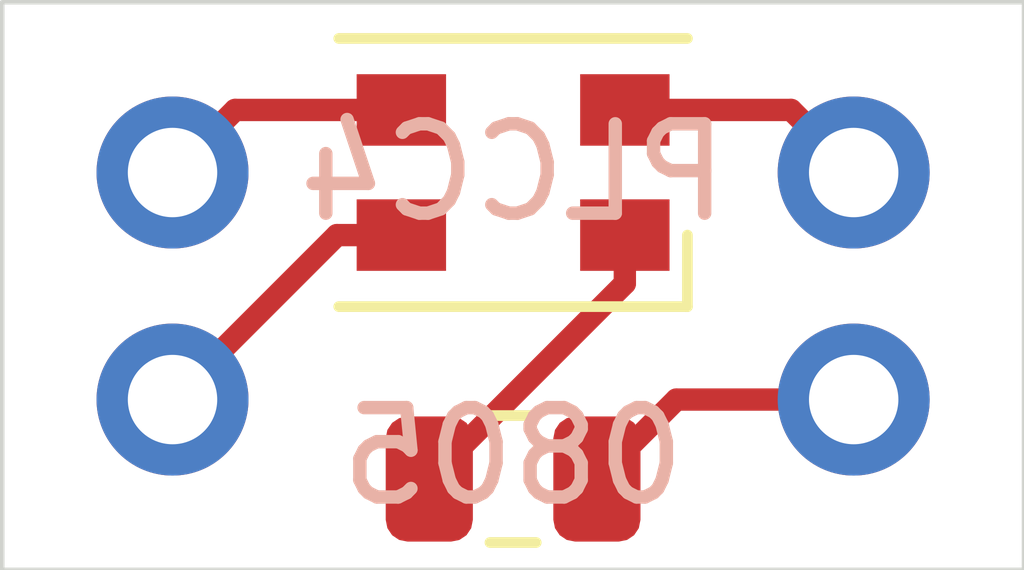
<source format=kicad_pcb>
(kicad_pcb (version 20171130) (host pcbnew "(5.1.6-0-10_14)")

  (general
    (thickness 1.6)
    (drawings 9)
    (tracks 10)
    (zones 0)
    (modules 4)
    (nets 6)
  )

  (page A4)
  (layers
    (0 F.Cu signal)
    (31 B.Cu signal)
    (32 B.Adhes user)
    (33 F.Adhes user)
    (34 B.Paste user)
    (35 F.Paste user)
    (36 B.SilkS user)
    (37 F.SilkS user)
    (38 B.Mask user)
    (39 F.Mask user)
    (40 Dwgs.User user hide)
    (41 Cmts.User user)
    (42 Eco1.User user)
    (43 Eco2.User user)
    (44 Edge.Cuts user)
    (45 Margin user)
    (46 B.CrtYd user)
    (47 F.CrtYd user)
    (48 B.Fab user)
    (49 F.Fab user)
  )

  (setup
    (last_trace_width 0.25)
    (trace_clearance 0.2)
    (zone_clearance 0.508)
    (zone_45_only no)
    (trace_min 0.2)
    (via_size 0.8)
    (via_drill 0.4)
    (via_min_size 0.4)
    (via_min_drill 0.3)
    (uvia_size 0.3)
    (uvia_drill 0.1)
    (uvias_allowed no)
    (uvia_min_size 0.2)
    (uvia_min_drill 0.1)
    (edge_width 0.05)
    (segment_width 0.2)
    (pcb_text_width 0.3)
    (pcb_text_size 1.5 1.5)
    (mod_edge_width 0.12)
    (mod_text_size 1 1)
    (mod_text_width 0.15)
    (pad_size 1.524 1.524)
    (pad_drill 0.762)
    (pad_to_mask_clearance 0.05)
    (aux_axis_origin 0 0)
    (visible_elements FFFFFF7F)
    (pcbplotparams
      (layerselection 0x010fc_ffffffff)
      (usegerberextensions false)
      (usegerberattributes true)
      (usegerberadvancedattributes true)
      (creategerberjobfile true)
      (excludeedgelayer true)
      (linewidth 0.100000)
      (plotframeref false)
      (viasonmask false)
      (mode 1)
      (useauxorigin false)
      (hpglpennumber 1)
      (hpglpenspeed 20)
      (hpglpendiameter 15.000000)
      (psnegative false)
      (psa4output false)
      (plotreference true)
      (plotvalue true)
      (plotinvisibletext false)
      (padsonsilk false)
      (subtractmaskfromsilk false)
      (outputformat 1)
      (mirror false)
      (drillshape 1)
      (scaleselection 1)
      (outputdirectory ""))
  )

  (net 0 "")
  (net 1 "Net-(D1-Pad2)")
  (net 2 "Net-(D1-Pad3)")
  (net 3 "Net-(D1-Pad4)")
  (net 4 "Net-(D1-Pad1)")
  (net 5 "Net-(J2-Pad2)")

  (net_class Default "This is the default net class."
    (clearance 0.2)
    (trace_width 0.25)
    (via_dia 0.8)
    (via_drill 0.4)
    (uvia_dia 0.3)
    (uvia_drill 0.1)
    (add_net "Net-(D1-Pad1)")
    (add_net "Net-(D1-Pad2)")
    (add_net "Net-(D1-Pad3)")
    (add_net "Net-(D1-Pad4)")
    (add_net "Net-(J2-Pad2)")
  )

  (module Connector_PinHeader_2.54mm:PinHeader_1x02_P2.54mm_Vertical (layer F.Cu) (tedit 5EC1E517) (tstamp 5EC23F32)
    (at 124.46 76.2)
    (descr "Through hole straight pin header, 1x02, 2.54mm pitch, single row")
    (tags "Through hole pin header THT 1x02 2.54mm single row")
    (path /5EC2319F)
    (fp_text reference J2 (at 0 -2.33) (layer F.SilkS) hide
      (effects (font (size 1 1) (thickness 0.15)))
    )
    (fp_text value Conn_01x02_Female (at 0 4.87) (layer F.Fab) hide
      (effects (font (size 1 1) (thickness 0.15)))
    )
    (fp_line (start 1.8 -1.8) (end -1.8 -1.8) (layer F.CrtYd) (width 0.05))
    (fp_line (start 1.8 4.35) (end 1.8 -1.8) (layer F.CrtYd) (width 0.05))
    (fp_line (start -1.8 4.35) (end 1.8 4.35) (layer F.CrtYd) (width 0.05))
    (fp_line (start -1.8 -1.8) (end -1.8 4.35) (layer F.CrtYd) (width 0.05))
    (fp_line (start -1.27 -0.635) (end -0.635 -1.27) (layer F.Fab) (width 0.1))
    (fp_line (start -1.27 3.81) (end -1.27 -0.635) (layer F.Fab) (width 0.1))
    (fp_line (start 1.27 3.81) (end -1.27 3.81) (layer F.Fab) (width 0.1))
    (fp_line (start 1.27 -1.27) (end 1.27 3.81) (layer F.Fab) (width 0.1))
    (fp_line (start -0.635 -1.27) (end 1.27 -1.27) (layer F.Fab) (width 0.1))
    (fp_text user %R (at 0 1.27 90) (layer F.Fab)
      (effects (font (size 1 1) (thickness 0.15)))
    )
    (pad 2 thru_hole oval (at 0 2.54) (size 1.7 1.7) (drill 1) (layers *.Cu *.Mask)
      (net 5 "Net-(J2-Pad2)"))
    (pad 1 thru_hole circle (at 0 0) (size 1.7 1.7) (drill 1) (layers *.Cu *.Mask)
      (net 1 "Net-(D1-Pad2)"))
    (model ${KISYS3DMOD}/Connector_PinHeader_2.54mm.3dshapes/PinHeader_1x02_P2.54mm_Vertical.wrl
      (at (xyz 0 0 0))
      (scale (xyz 1 1 1))
      (rotate (xyz 0 0 0))
    )
  )

  (module Connector_PinHeader_2.54mm:PinHeader_1x02_P2.54mm_Vertical (layer F.Cu) (tedit 5EC1E4EC) (tstamp 5EC23F1C)
    (at 116.84 78.74 180)
    (descr "Through hole straight pin header, 1x02, 2.54mm pitch, single row")
    (tags "Through hole pin header THT 1x02 2.54mm single row")
    (path /5EC210BD)
    (fp_text reference J1 (at 0 -2.33 180) (layer F.SilkS) hide
      (effects (font (size 1 1) (thickness 0.15)))
    )
    (fp_text value Conn_01x02_Female (at 0 4.87 180) (layer F.Fab) hide
      (effects (font (size 1 1) (thickness 0.15)))
    )
    (fp_line (start 1.8 -1.8) (end -1.8 -1.8) (layer F.CrtYd) (width 0.05))
    (fp_line (start 1.8 4.35) (end 1.8 -1.8) (layer F.CrtYd) (width 0.05))
    (fp_line (start -1.8 4.35) (end 1.8 4.35) (layer F.CrtYd) (width 0.05))
    (fp_line (start -1.8 -1.8) (end -1.8 4.35) (layer F.CrtYd) (width 0.05))
    (fp_line (start -1.27 -0.635) (end -0.635 -1.27) (layer F.Fab) (width 0.1))
    (fp_line (start -1.27 3.81) (end -1.27 -0.635) (layer F.Fab) (width 0.1))
    (fp_line (start 1.27 3.81) (end -1.27 3.81) (layer F.Fab) (width 0.1))
    (fp_line (start 1.27 -1.27) (end 1.27 3.81) (layer F.Fab) (width 0.1))
    (fp_line (start -0.635 -1.27) (end 1.27 -1.27) (layer F.Fab) (width 0.1))
    (fp_text user %R (at 0 1.27 270) (layer F.Fab)
      (effects (font (size 1 1) (thickness 0.15)))
    )
    (pad 2 thru_hole oval (at 0 2.54 180) (size 1.7 1.7) (drill 1) (layers *.Cu *.Mask)
      (net 2 "Net-(D1-Pad3)"))
    (pad 1 thru_hole circle (at 0 0 180) (size 1.7 1.7) (drill 1) (layers *.Cu *.Mask)
      (net 3 "Net-(D1-Pad4)"))
    (model ${KISYS3DMOD}/Connector_PinHeader_2.54mm.3dshapes/PinHeader_1x02_P2.54mm_Vertical.wrl
      (at (xyz 0 0 0))
      (scale (xyz 1 1 1))
      (rotate (xyz 0 0 0))
    )
  )

  (module Resistor_SMD:R_0805_2012Metric (layer F.Cu) (tedit 5B36C52B) (tstamp 5EC23F43)
    (at 120.65 79.629 180)
    (descr "Resistor SMD 0805 (2012 Metric), square (rectangular) end terminal, IPC_7351 nominal, (Body size source: https://docs.google.com/spreadsheets/d/1BsfQQcO9C6DZCsRaXUlFlo91Tg2WpOkGARC1WS5S8t0/edit?usp=sharing), generated with kicad-footprint-generator")
    (tags resistor)
    (path /5EC1FE58)
    (attr smd)
    (fp_text reference R1 (at 0 -1.65) (layer F.SilkS) hide
      (effects (font (size 1 1) (thickness 0.15)))
    )
    (fp_text value R_Small_US (at 0 1.65) (layer F.Fab) hide
      (effects (font (size 1 1) (thickness 0.15)))
    )
    (fp_line (start 1.68 0.95) (end -1.68 0.95) (layer F.CrtYd) (width 0.05))
    (fp_line (start 1.68 -0.95) (end 1.68 0.95) (layer F.CrtYd) (width 0.05))
    (fp_line (start -1.68 -0.95) (end 1.68 -0.95) (layer F.CrtYd) (width 0.05))
    (fp_line (start -1.68 0.95) (end -1.68 -0.95) (layer F.CrtYd) (width 0.05))
    (fp_line (start -0.258578 0.71) (end 0.258578 0.71) (layer F.SilkS) (width 0.12))
    (fp_line (start -0.258578 -0.71) (end 0.258578 -0.71) (layer F.SilkS) (width 0.12))
    (fp_line (start 1 0.6) (end -1 0.6) (layer F.Fab) (width 0.1))
    (fp_line (start 1 -0.6) (end 1 0.6) (layer F.Fab) (width 0.1))
    (fp_line (start -1 -0.6) (end 1 -0.6) (layer F.Fab) (width 0.1))
    (fp_line (start -1 0.6) (end -1 -0.6) (layer F.Fab) (width 0.1))
    (fp_text user %R (at 0 0) (layer F.Fab)
      (effects (font (size 0.5 0.5) (thickness 0.08)))
    )
    (pad 2 smd roundrect (at 0.9375 0 180) (size 0.975 1.4) (layers F.Cu F.Paste F.Mask) (roundrect_rratio 0.25)
      (net 4 "Net-(D1-Pad1)"))
    (pad 1 smd roundrect (at -0.9375 0 180) (size 0.975 1.4) (layers F.Cu F.Paste F.Mask) (roundrect_rratio 0.25)
      (net 5 "Net-(J2-Pad2)"))
    (model ${KISYS3DMOD}/Resistor_SMD.3dshapes/R_0805_2012Metric.wrl
      (at (xyz 0 0 0))
      (scale (xyz 1 1 1))
      (rotate (xyz 0 0 0))
    )
  )

  (module LED_SMD:LED_Cree-PLCC4_3.2x2.8mm_CCW (layer F.Cu) (tedit 59D415EA) (tstamp 5EC23F06)
    (at 120.65 76.2 180)
    (descr "3.2mm x 2.8mm PLCC4 LED, http://www.cree.com/led-components/media/documents/CLV1AFKB(874).pdf")
    (tags "LED Cree PLCC-4")
    (path /5EC1EA49)
    (attr smd)
    (fp_text reference D1 (at 0 -2.65) (layer F.SilkS) hide
      (effects (font (size 1 1) (thickness 0.15)))
    )
    (fp_text value CLV1L-FKB (at 0 2.65) (layer F.Fab) hide
      (effects (font (size 1 1) (thickness 0.15)))
    )
    (fp_line (start -1.95 1.5) (end 1.95 1.5) (layer F.SilkS) (width 0.12))
    (fp_line (start -1.95 -1.5) (end 1.95 -1.5) (layer F.SilkS) (width 0.12))
    (fp_line (start -1.95 -0.7) (end -1.95 -1.5) (layer F.SilkS) (width 0.12))
    (fp_line (start 1.6 -1.4) (end -1.6 -1.4) (layer F.Fab) (width 0.1))
    (fp_line (start 1.6 1.4) (end 1.6 -1.4) (layer F.Fab) (width 0.1))
    (fp_line (start -1.6 1.4) (end 1.6 1.4) (layer F.Fab) (width 0.1))
    (fp_line (start -1.6 -1.4) (end -1.6 1.4) (layer F.Fab) (width 0.1))
    (fp_line (start -0.6 -1.4) (end -1.6 -0.4) (layer F.Fab) (width 0.1))
    (fp_line (start 2.2 -1.75) (end -2.2 -1.75) (layer F.CrtYd) (width 0.05))
    (fp_line (start 2.2 1.75) (end 2.2 -1.75) (layer F.CrtYd) (width 0.05))
    (fp_line (start -2.2 1.75) (end 2.2 1.75) (layer F.CrtYd) (width 0.05))
    (fp_line (start -2.2 -1.75) (end -2.2 1.75) (layer F.CrtYd) (width 0.05))
    (fp_circle (center 0 0) (end 1.12 0) (layer F.Fab) (width 0.1))
    (fp_text user %R (at 0 0) (layer F.Fab)
      (effects (font (size 0.5 0.5) (thickness 0.075)))
    )
    (pad 2 smd rect (at -1.25 0.7 180) (size 1 0.8) (layers F.Cu F.Paste F.Mask)
      (net 1 "Net-(D1-Pad2)"))
    (pad 3 smd rect (at 1.25 0.7 180) (size 1 0.8) (layers F.Cu F.Paste F.Mask)
      (net 2 "Net-(D1-Pad3)"))
    (pad 4 smd rect (at 1.25 -0.7 180) (size 1 0.8) (layers F.Cu F.Paste F.Mask)
      (net 3 "Net-(D1-Pad4)"))
    (pad 1 smd rect (at -1.25 -0.7 180) (size 1 0.8) (layers F.Cu F.Paste F.Mask)
      (net 4 "Net-(D1-Pad1)"))
    (model ${KISYS3DMOD}/LED_SMD.3dshapes/LED_Cree-PLCC4_3.2x2.8mm_CCW.wrl
      (at (xyz 0 0 0))
      (scale (xyz 1 1 1))
      (rotate (xyz 0 0 0))
    )
  )

  (gr_text 0805 (at 120.65 79.375) (layer B.SilkS)
    (effects (font (size 1 1) (thickness 0.15)) (justify mirror))
  )
  (gr_text PLCC4 (at 120.65 76.2) (layer B.SilkS)
    (effects (font (size 1 1) (thickness 0.15)) (justify mirror))
  )
  (gr_line (start 114.935 80.645) (end 114.935 74.295) (layer Edge.Cuts) (width 0.05) (tstamp 5EC24367))
  (gr_line (start 126.365 80.645) (end 114.935 80.645) (layer Edge.Cuts) (width 0.05))
  (gr_line (start 126.365 74.295) (end 126.365 80.645) (layer Edge.Cuts) (width 0.05))
  (gr_line (start 114.935 74.295) (end 126.365 74.295) (layer Edge.Cuts) (width 0.05))
  (dimension 2.54 (width 0.15) (layer Dwgs.User)
    (gr_text "2.540 mm" (at 128.27 69.88) (layer Dwgs.User)
      (effects (font (size 1 1) (thickness 0.15)))
    )
    (feature1 (pts (xy 129.54 68.58) (xy 129.54 69.166421)))
    (feature2 (pts (xy 127 68.58) (xy 127 69.166421)))
    (crossbar (pts (xy 127 68.58) (xy 129.54 68.58)))
    (arrow1a (pts (xy 129.54 68.58) (xy 128.413496 69.166421)))
    (arrow1b (pts (xy 129.54 68.58) (xy 128.413496 67.993579)))
    (arrow2a (pts (xy 127 68.58) (xy 128.126504 69.166421)))
    (arrow2b (pts (xy 127 68.58) (xy 128.126504 67.993579)))
  )
  (dimension 2.54 (width 0.15) (layer Dwgs.User)
    (gr_text "2.540 mm" (at 123.19 69.88) (layer Dwgs.User)
      (effects (font (size 1 1) (thickness 0.15)))
    )
    (feature1 (pts (xy 124.46 68.58) (xy 124.46 69.166421)))
    (feature2 (pts (xy 121.92 68.58) (xy 121.92 69.166421)))
    (crossbar (pts (xy 121.92 68.58) (xy 124.46 68.58)))
    (arrow1a (pts (xy 124.46 68.58) (xy 123.333496 69.166421)))
    (arrow1b (pts (xy 124.46 68.58) (xy 123.333496 67.993579)))
    (arrow2a (pts (xy 121.92 68.58) (xy 123.046504 69.166421)))
    (arrow2b (pts (xy 121.92 68.58) (xy 123.046504 67.993579)))
  )
  (dimension 2.54 (width 0.15) (layer Dwgs.User)
    (gr_text "2.540 mm" (at 118.11 69.88) (layer Dwgs.User)
      (effects (font (size 1 1) (thickness 0.15)))
    )
    (feature1 (pts (xy 119.38 68.58) (xy 119.38 69.166421)))
    (feature2 (pts (xy 116.84 68.58) (xy 116.84 69.166421)))
    (crossbar (pts (xy 116.84 68.58) (xy 119.38 68.58)))
    (arrow1a (pts (xy 119.38 68.58) (xy 118.253496 69.166421)))
    (arrow1b (pts (xy 119.38 68.58) (xy 118.253496 67.993579)))
    (arrow2a (pts (xy 116.84 68.58) (xy 117.966504 69.166421)))
    (arrow2b (pts (xy 116.84 68.58) (xy 117.966504 67.993579)))
  )

  (segment (start 123.76 75.5) (end 124.46 76.2) (width 0.25) (layer F.Cu) (net 1))
  (segment (start 121.9 75.5) (end 123.76 75.5) (width 0.25) (layer F.Cu) (net 1))
  (segment (start 117.54 75.5) (end 116.84 76.2) (width 0.25) (layer F.Cu) (net 2))
  (segment (start 119.4 75.5) (end 117.54 75.5) (width 0.25) (layer F.Cu) (net 2))
  (segment (start 118.68 76.9) (end 119.4 76.9) (width 0.25) (layer F.Cu) (net 3))
  (segment (start 116.84 78.74) (end 118.68 76.9) (width 0.25) (layer F.Cu) (net 3))
  (segment (start 121.9 77.4415) (end 121.9 76.9) (width 0.25) (layer F.Cu) (net 4))
  (segment (start 119.7125 79.629) (end 121.9 77.4415) (width 0.25) (layer F.Cu) (net 4))
  (segment (start 122.4765 78.74) (end 121.5875 79.629) (width 0.25) (layer F.Cu) (net 5))
  (segment (start 124.46 78.74) (end 122.4765 78.74) (width 0.25) (layer F.Cu) (net 5))

)

</source>
